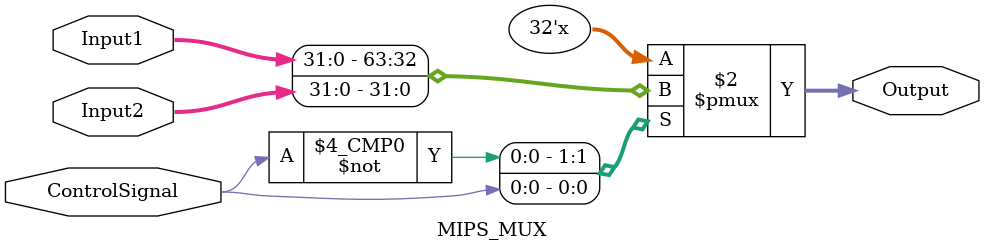
<source format=v>
`timescale 1ns / 1ps

// Revision: 
// Revision 0.01 - File Created
// Additional Comments: 
/////////////////////////////////////// PARAMETERIZED MUX/////////////////////////
module MIPS_MUX #(parameter SIZE=32) (
	input   [SIZE-1:0] Input1,
	input   [SIZE-1:0] Input2,	
	input 	ControlSignal,
	output	reg [SIZE-1:0] Output
);
	always @(Input1, Input2, ControlSignal)
	begin
		case(ControlSignal)
			0 : Output <= Input1;
			1 : Output <= Input2;
		endcase
	end

	
endmodule

</source>
